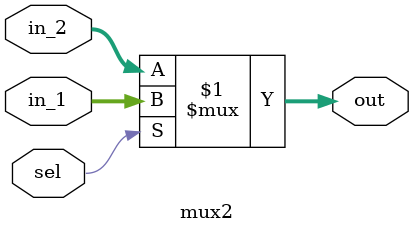
<source format=v>
module mux2 #(
    parameter WIDTH = 8
) (
    input wire [WIDTH-1:0] in_1,
    input wire [WIDTH-1:0] in_2,
    input wire sel,
    output wire [WIDTH-1:0] out
);
    assign out = sel ? in_1 : in_2;
endmodule
</source>
